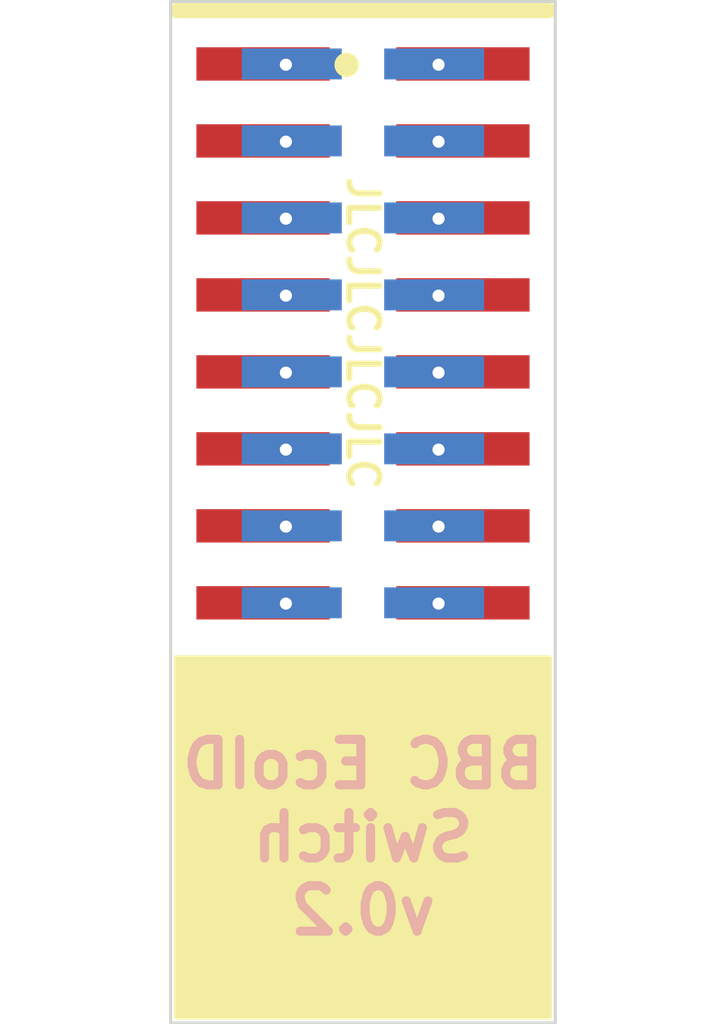
<source format=kicad_pcb>
(kicad_pcb (version 20211014) (generator pcbnew)
  (layers (0 "F.Cu" signal) (31 "B.Cu" signal) (34 "B.Paste" user) (35 "F.Paste" user) (36 "B.SilkS" user "B.Silkscreen") (37 "F.SilkS" user "F.Silkscreen") (38 "B.Mask" user) (39 "F.Mask" user) (44 "Edge.Cuts" user))
  (net 0 "")
  (net 1 "/0_in")
  (net 2 "/1_in")
  (net 3 "/2_in")
  (net 4 "/3_in")
  (net 5 "/4_in")
  (net 6 "/5_in")
  (net 7 "/6_in")
  (net 8 "/7_in")
  (net 9 "/7_out")
  (net 10 "/6_out")
  (net 11 "/5_out")
  (net 12 "/4_out")
  (net 13 "/3_out")
  (net 14 "/2_out")
  (net 15 "/1_out")
  (net 16 "/0_out")
  (footprint "Package_DIP:DIP-16_W8.89mm_SMDSocket_LongPads" (layer "F.Cu") (at 161.75 79.05)
    (fp_text reference "SW1" hide)
    (fp_text value "SW_DIP_x08")
    (fp_circle (center -0.54 -8.86) (end -0.198679 -8.86) (layer "F.SilkS") (width 0.12) (fill solid))
    (pad "1" smd rect (at -3.3 -8.89) (size 4.4 1.1) (layers "F.Cu" "F.Paste" "F.Mask") (net 16 "/0_out"))
    (pad "2" smd rect (at -3.3 -6.35) (size 4.4 1.1) (layers "F.Cu" "F.Paste" "F.Mask") (net 15 "/1_out"))
    (pad "3" smd rect (at -3.3 -3.81) (size 4.4 1.1) (layers "F.Cu" "F.Paste" "F.Mask") (net 14 "/2_out"))
    (pad "4" smd rect (at -3.3 -1.27) (size 4.4 1.1) (layers "F.Cu" "F.Paste" "F.Mask") (net 13 "/3_out"))
    (pad "5" smd rect (at -3.3 1.27) (size 4.4 1.1) (layers "F.Cu" "F.Paste" "F.Mask") (net 12 "/4_out"))
    (pad "6" smd rect (at -3.3 3.81) (size 4.4 1.1) (layers "F.Cu" "F.Paste" "F.Mask") (net 11 "/5_out"))
    (pad "7" smd rect (at -3.3 6.35) (size 4.4 1.1) (layers "F.Cu" "F.Paste" "F.Mask") (net 10 "/6_out"))
    (pad "8" smd rect (at -3.3 8.89) (size 4.4 1.1) (layers "F.Cu" "F.Paste" "F.Mask") (net 9 "/7_out"))
    (pad "9" smd rect (at 3.3 8.89) (size 4.4 1.1) (layers "F.Cu" "F.Paste" "F.Mask") (net 8 "/7_in"))
    (pad "10" smd rect (at 3.3 6.35) (size 4.4 1.1) (layers "F.Cu" "F.Paste" "F.Mask") (net 7 "/6_in"))
    (pad "11" smd rect (at 3.3 3.81) (size 4.4 1.1) (layers "F.Cu" "F.Paste" "F.Mask") (net 6 "/5_in"))
    (pad "12" smd rect (at 3.3 1.27) (size 4.4 1.1) (layers "F.Cu" "F.Paste" "F.Mask") (net 5 "/4_in"))
    (pad "13" smd rect (at 3.3 -1.27) (size 4.4 1.1) (layers "F.Cu" "F.Paste" "F.Mask") (net 4 "/3_in"))
    (pad "14" smd rect (at 3.3 -3.81) (size 4.4 1.1) (layers "F.Cu" "F.Paste" "F.Mask") (net 3 "/2_in"))
    (pad "15" smd rect (at 3.3 -6.35) (size 4.4 1.1) (layers "F.Cu" "F.Paste" "F.Mask") (net 2 "/1_in"))
    (pad "16" smd rect (at 3.3 -8.89) (size 4.4 1.1) (layers "F.Cu" "F.Paste" "F.Mask") (net 1 "/0_in"))
  )
  (footprint "Connector_PinSocket_2.54mm:PinSocket_2x08_P2.54mm_Vertical_SMD" (layer "B.Cu") (at 161.725 79.075 180)
    (fp_text reference "J1" hide)
    (fp_text value "Conn_02x08_Counter_Clockwise")
    (pad "1" smd rect (at -2.375 8.915 180) (size 3.3 1.02) (layers "B.Cu" "B.Paste" "B.Mask") (net 1 "/0_in"))
    (pad "2" smd rect (at -2.375 6.375 180) (size 3.3 1.02) (layers "B.Cu" "B.Paste" "B.Mask") (net 2 "/1_in"))
    (pad "3" smd rect (at -2.375 3.835 180) (size 3.3 1.02) (layers "B.Cu" "B.Paste" "B.Mask") (net 3 "/2_in"))
    (pad "4" smd rect (at -2.375 1.295 180) (size 3.3 1.02) (layers "B.Cu" "B.Paste" "B.Mask") (net 4 "/3_in"))
    (pad "5" smd rect (at -2.375 -1.245 180) (size 3.3 1.02) (layers "B.Cu" "B.Paste" "B.Mask") (net 5 "/4_in"))
    (pad "6" smd rect (at -2.375 -3.785 180) (size 3.3 1.02) (layers "B.Cu" "B.Paste" "B.Mask") (net 6 "/5_in"))
    (pad "7" smd rect (at -2.375 -6.325 180) (size 3.3 1.02) (layers "B.Cu" "B.Paste" "B.Mask") (net 7 "/6_in"))
    (pad "8" smd rect (at -2.375 -8.865 180) (size 3.3 1.02) (layers "B.Cu" "B.Paste" "B.Mask") (net 8 "/7_in"))
    (pad "9" smd rect (at 2.325 -8.865 180) (size 3.3 1.02) (layers "B.Cu" "B.Paste" "B.Mask") (net 9 "/7_out"))
    (pad "10" smd rect (at 2.325 -6.325 180) (size 3.3 1.02) (layers "B.Cu" "B.Paste" "B.Mask") (net 10 "/6_out"))
    (pad "11" smd rect (at 2.325 -3.785 180) (size 3.3 1.02) (layers "B.Cu" "B.Paste" "B.Mask") (net 11 "/5_out"))
    (pad "12" smd rect (at 2.325 -1.245 180) (size 3.3 1.02) (layers "B.Cu" "B.Paste" "B.Mask") (net 12 "/4_out"))
    (pad "13" smd rect (at 2.325 1.295 180) (size 3.3 1.02) (layers "B.Cu" "B.Paste" "B.Mask") (net 13 "/3_out"))
    (pad "14" smd rect (at 2.325 3.835 180) (size 3.3 1.02) (layers "B.Cu" "B.Paste" "B.Mask") (net 14 "/2_out"))
    (pad "15" smd rect (at 2.325 6.375 180) (size 3.3 1.02) (layers "B.Cu" "B.Paste" "B.Mask") (net 15 "/1_out"))
    (pad "16" smd rect (at 2.325 8.915 180) (size 3.3 1.02) (layers "B.Cu" "B.Paste" "B.Mask") (net 16 "/0_out"))
  )
  (gr_line (start 155.6 68.4) (end 167.9 68.4) (layer "F.SilkS") (width 0.5))
  (gr_rect (start 155.59 89.75) (end 167.91 101.61) (layer "F.SilkS") (width 0.15) (fill solid))
  (gr_line (start 168.1 68.1) (end 155.4 68.1) (layer "Edge.Cuts") (width 0.1))
  (gr_line (start 155.4 68.1) (end 155.4 101.8) (layer "Edge.Cuts") (width 0.1))
  (gr_line (start 168.1 101.8) (end 168.1 68.1) (layer "Edge.Cuts") (width 0.1))
  (gr_line (start 155.4 101.8) (end 168.1 101.8) (layer "Edge.Cuts") (width 0.1))
  (gr_text "BBC EcoID\nSwitch\nv0.2" (at 161.75 95.68) (layer "B.SilkS") (effects (font (size 1.5 1.5) (thickness 0.3)) (justify mirror)))
  (gr_text "JLCJLCJLCJLC" (at 161.75 79.05 270) (layer "F.SilkS") (effects (font (size 1 1) (thickness 0.2))))
  (segment (start 166.195 70.16) (end 164.27 70.16) (width 0.5) (layer "F.Cu") (net 1))
  (segment (start 164.27 70.16) (end 164.245 70.185) (width 0.5) (layer "F.Cu") (net 1))
  (via (at 164.245 70.185) (size 0.8) (drill 0.4) (layers "F.Cu" "B.Cu") (net 1))
  (segment (start 164.27 72.7) (end 164.245 72.725) (width 0.5) (layer "F.Cu") (net 2))
  (segment (start 166.195 72.7) (end 164.27 72.7) (width 0.5) (layer "F.Cu") (net 2))
  (via (at 164.245 72.725) (size 0.8) (drill 0.4) (layers "F.Cu" "B.Cu") (net 2))
  (segment (start 164.27 75.24) (end 164.245 75.265) (width 0.5) (layer "F.Cu") (net 3))
  (segment (start 166.195 75.24) (end 164.27 75.24) (width 0.5) (layer "F.Cu") (net 3))
  (via (at 164.245 75.265) (size 0.8) (drill 0.4) (layers "F.Cu" "B.Cu") (net 3))
  (segment (start 166.195 77.78) (end 164.27 77.78) (width 0.5) (layer "F.Cu") (net 4))
  (segment (start 164.27 77.78) (end 164.245 77.805) (width 0.5) (layer "F.Cu") (net 4))
  (via (at 164.245 77.805) (size 0.8) (drill 0.4) (layers "F.Cu" "B.Cu") (net 4))
  (segment (start 164.27 80.32) (end 164.245 80.345) (width 0.5) (layer "F.Cu") (net 5))
  (segment (start 166.195 80.32) (end 164.27 80.32) (width 0.5) (layer "F.Cu") (net 5))
  (via (at 164.245 80.345) (size 0.8) (drill 0.4) (layers "F.Cu" "B.Cu") (net 5))
  (segment (start 166.195 82.86) (end 164.27 82.86) (width 0.5) (layer "F.Cu") (net 6))
  (segment (start 164.27 82.86) (end 164.245 82.885) (width 0.5) (layer "F.Cu") (net 6))
  (via (at 164.245 82.885) (size 0.8) (drill 0.4) (layers "F.Cu" "B.Cu") (net 6))
  (segment (start 164.27 85.4) (end 164.245 85.425) (width 0.5) (layer "F.Cu") (net 7))
  (segment (start 166.195 85.4) (end 164.27 85.4) (width 0.5) (layer "F.Cu") (net 7))
  (via (at 164.245 85.425) (size 0.8) (drill 0.4) (layers "F.Cu" "B.Cu") (net 7))
  (segment (start 166.195 87.94) (end 164.27 87.94) (width 0.5) (layer "F.Cu") (net 8))
  (segment (start 164.27 87.94) (end 164.245 87.965) (width 0.5) (layer "F.Cu") (net 8))
  (via (at 164.245 87.965) (size 0.8) (drill 0.4) (layers "F.Cu" "B.Cu") (net 8))
  (segment (start 159.18 87.94) (end 159.205 87.965) (width 0.5) (layer "F.Cu") (net 9))
  (segment (start 157.305 87.94) (end 159.18 87.94) (width 0.5) (layer "F.Cu") (net 9))
  (via (at 159.205 87.965) (size 0.8) (drill 0.4) (layers "F.Cu" "B.Cu") (net 9))
  (segment (start 157.305 85.4) (end 159.18 85.4) (width 0.5) (layer "F.Cu") (net 10))
  (segment (start 159.18 85.4) (end 159.205 85.425) (width 0.5) (layer "F.Cu") (net 10))
  (via (at 159.205 85.425) (size 0.8) (drill 0.4) (layers "F.Cu" "B.Cu") (net 10))
  (segment (start 157.305 82.86) (end 159.18 82.86) (width 0.5) (layer "F.Cu") (net 11))
  (segment (start 159.18 82.86) (end 159.205 82.885) (width 0.5) (layer "F.Cu") (net 11))
  (via (at 159.205 82.885) (size 0.8) (drill 0.4) (layers "F.Cu" "B.Cu") (net 11))
  (segment (start 157.305 80.32) (end 159.18 80.32) (width 0.5) (layer "F.Cu") (net 12))
  (segment (start 159.18 80.32) (end 159.205 80.345) (width 0.5) (layer "F.Cu") (net 12))
  (via (at 159.205 80.345) (size 0.8) (drill 0.4) (layers "F.Cu" "B.Cu") (net 12))
  (segment (start 159.18 77.78) (end 159.205 77.805) (width 0.5) (layer "F.Cu") (net 13))
  (segment (start 157.305 77.78) (end 159.18 77.78) (width 0.5) (layer "F.Cu") (net 13))
  (via (at 159.205 77.805) (size 0.8) (drill 0.4) (layers "F.Cu" "B.Cu") (net 13))
  (segment (start 157.305 75.24) (end 159.18 75.24) (width 0.5) (layer "F.Cu") (net 14))
  (segment (start 159.18 75.24) (end 159.205 75.265) (width 0.5) (layer "F.Cu") (net 14))
  (via (at 159.205 75.265) (size 0.8) (drill 0.4) (layers "F.Cu" "B.Cu") (net 14))
  (segment (start 159.18 72.7) (end 159.205 72.725) (width 0.5) (layer "F.Cu") (net 15))
  (segment (start 157.305 72.7) (end 159.18 72.7) (width 0.5) (layer "F.Cu") (net 15))
  (via (at 159.205 72.725) (size 0.8) (drill 0.4) (layers "F.Cu" "B.Cu") (net 15))
  (segment (start 159.18 70.16) (end 159.205 70.185) (width 0.5) (layer "F.Cu") (net 16))
  (segment (start 157.305 70.16) (end 159.18 70.16) (width 0.5) (layer "F.Cu") (net 16))
  (via (at 159.205 70.185) (size 0.8) (drill 0.4) (layers "F.Cu" "B.Cu") (net 16))
)
</source>
